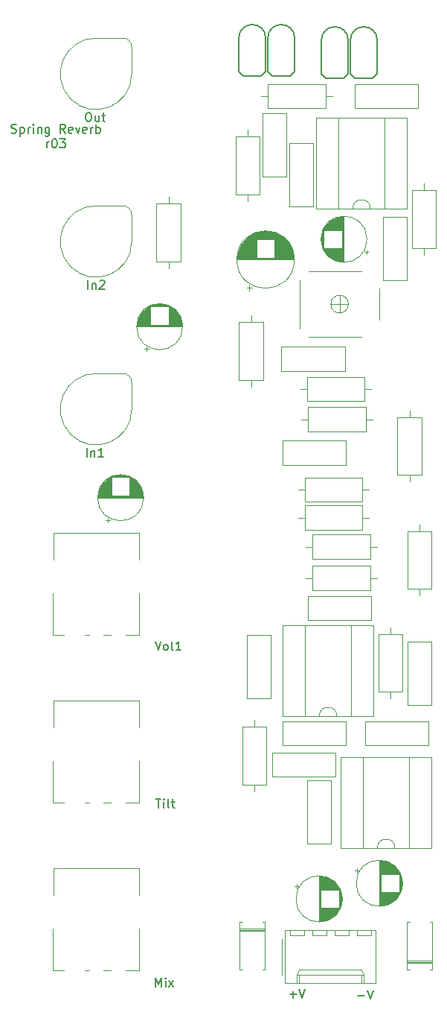
<source format=gto>
%TF.GenerationSoftware,KiCad,Pcbnew,(5.1.8-0-10_14)*%
%TF.CreationDate,2021-09-01T19:05:50+01:00*%
%TF.ProjectId,4u-spring-reverb,34752d73-7072-4696-9e67-2d7265766572,rev?*%
%TF.SameCoordinates,Original*%
%TF.FileFunction,Legend,Top*%
%TF.FilePolarity,Positive*%
%FSLAX46Y46*%
G04 Gerber Fmt 4.6, Leading zero omitted, Abs format (unit mm)*
G04 Created by KiCad (PCBNEW (5.1.8-0-10_14)) date 2021-09-01 19:05:50*
%MOMM*%
%LPD*%
G01*
G04 APERTURE LIST*
%ADD10C,0.150000*%
%ADD11C,0.120000*%
%ADD12C,0.152400*%
G04 APERTURE END LIST*
D10*
X110704428Y-87955380D02*
X110704428Y-86955380D01*
X111180619Y-87288714D02*
X111180619Y-87955380D01*
X111180619Y-87383952D02*
X111228238Y-87336333D01*
X111323476Y-87288714D01*
X111466333Y-87288714D01*
X111561571Y-87336333D01*
X111609190Y-87431571D01*
X111609190Y-87955380D01*
X112609190Y-87955380D02*
X112037761Y-87955380D01*
X112323476Y-87955380D02*
X112323476Y-86955380D01*
X112228238Y-87098238D01*
X112133000Y-87193476D01*
X112037761Y-87241095D01*
X110831428Y-68905380D02*
X110831428Y-67905380D01*
X111307619Y-68238714D02*
X111307619Y-68905380D01*
X111307619Y-68333952D02*
X111355238Y-68286333D01*
X111450476Y-68238714D01*
X111593333Y-68238714D01*
X111688571Y-68286333D01*
X111736190Y-68381571D01*
X111736190Y-68905380D01*
X112164761Y-68000619D02*
X112212380Y-67953000D01*
X112307619Y-67905380D01*
X112545714Y-67905380D01*
X112640952Y-67953000D01*
X112688571Y-68000619D01*
X112736190Y-68095857D01*
X112736190Y-68191095D01*
X112688571Y-68333952D01*
X112117142Y-68905380D01*
X112736190Y-68905380D01*
X110799666Y-48855380D02*
X110990142Y-48855380D01*
X111085380Y-48903000D01*
X111180619Y-48998238D01*
X111228238Y-49188714D01*
X111228238Y-49522047D01*
X111180619Y-49712523D01*
X111085380Y-49807761D01*
X110990142Y-49855380D01*
X110799666Y-49855380D01*
X110704428Y-49807761D01*
X110609190Y-49712523D01*
X110561571Y-49522047D01*
X110561571Y-49188714D01*
X110609190Y-48998238D01*
X110704428Y-48903000D01*
X110799666Y-48855380D01*
X112085380Y-49188714D02*
X112085380Y-49855380D01*
X111656809Y-49188714D02*
X111656809Y-49712523D01*
X111704428Y-49807761D01*
X111799666Y-49855380D01*
X111942523Y-49855380D01*
X112037761Y-49807761D01*
X112085380Y-49760142D01*
X112418714Y-49188714D02*
X112799666Y-49188714D01*
X112561571Y-48855380D02*
X112561571Y-49712523D01*
X112609190Y-49807761D01*
X112704428Y-49855380D01*
X112799666Y-49855380D01*
X118491190Y-108926380D02*
X118824523Y-109926380D01*
X119157857Y-108926380D01*
X119634047Y-109926380D02*
X119538809Y-109878761D01*
X119491190Y-109831142D01*
X119443571Y-109735904D01*
X119443571Y-109450190D01*
X119491190Y-109354952D01*
X119538809Y-109307333D01*
X119634047Y-109259714D01*
X119776904Y-109259714D01*
X119872142Y-109307333D01*
X119919761Y-109354952D01*
X119967380Y-109450190D01*
X119967380Y-109735904D01*
X119919761Y-109831142D01*
X119872142Y-109878761D01*
X119776904Y-109926380D01*
X119634047Y-109926380D01*
X120538809Y-109926380D02*
X120443571Y-109878761D01*
X120395952Y-109783523D01*
X120395952Y-108926380D01*
X121443571Y-109926380D02*
X120872142Y-109926380D01*
X121157857Y-109926380D02*
X121157857Y-108926380D01*
X121062619Y-109069238D01*
X120967380Y-109164476D01*
X120872142Y-109212095D01*
X118562571Y-126833380D02*
X119134000Y-126833380D01*
X118848285Y-127833380D02*
X118848285Y-126833380D01*
X119467333Y-127833380D02*
X119467333Y-127166714D01*
X119467333Y-126833380D02*
X119419714Y-126881000D01*
X119467333Y-126928619D01*
X119514952Y-126881000D01*
X119467333Y-126833380D01*
X119467333Y-126928619D01*
X120086380Y-127833380D02*
X119991142Y-127785761D01*
X119943523Y-127690523D01*
X119943523Y-126833380D01*
X120324476Y-127166714D02*
X120705428Y-127166714D01*
X120467333Y-126833380D02*
X120467333Y-127690523D01*
X120514952Y-127785761D01*
X120610190Y-127833380D01*
X120705428Y-127833380D01*
X118530809Y-148153380D02*
X118530809Y-147153380D01*
X118864142Y-147867666D01*
X119197476Y-147153380D01*
X119197476Y-148153380D01*
X119673666Y-148153380D02*
X119673666Y-147486714D01*
X119673666Y-147153380D02*
X119626047Y-147201000D01*
X119673666Y-147248619D01*
X119721285Y-147201000D01*
X119673666Y-147153380D01*
X119673666Y-147248619D01*
X120054619Y-148153380D02*
X120578428Y-147486714D01*
X120054619Y-147486714D02*
X120578428Y-148153380D01*
X102116571Y-51141761D02*
X102259428Y-51189380D01*
X102497523Y-51189380D01*
X102592761Y-51141761D01*
X102640380Y-51094142D01*
X102688000Y-50998904D01*
X102688000Y-50903666D01*
X102640380Y-50808428D01*
X102592761Y-50760809D01*
X102497523Y-50713190D01*
X102307047Y-50665571D01*
X102211809Y-50617952D01*
X102164190Y-50570333D01*
X102116571Y-50475095D01*
X102116571Y-50379857D01*
X102164190Y-50284619D01*
X102211809Y-50237000D01*
X102307047Y-50189380D01*
X102545142Y-50189380D01*
X102688000Y-50237000D01*
X103116571Y-50522714D02*
X103116571Y-51522714D01*
X103116571Y-50570333D02*
X103211809Y-50522714D01*
X103402285Y-50522714D01*
X103497523Y-50570333D01*
X103545142Y-50617952D01*
X103592761Y-50713190D01*
X103592761Y-50998904D01*
X103545142Y-51094142D01*
X103497523Y-51141761D01*
X103402285Y-51189380D01*
X103211809Y-51189380D01*
X103116571Y-51141761D01*
X104021333Y-51189380D02*
X104021333Y-50522714D01*
X104021333Y-50713190D02*
X104068952Y-50617952D01*
X104116571Y-50570333D01*
X104211809Y-50522714D01*
X104307047Y-50522714D01*
X104640380Y-51189380D02*
X104640380Y-50522714D01*
X104640380Y-50189380D02*
X104592761Y-50237000D01*
X104640380Y-50284619D01*
X104688000Y-50237000D01*
X104640380Y-50189380D01*
X104640380Y-50284619D01*
X105116571Y-50522714D02*
X105116571Y-51189380D01*
X105116571Y-50617952D02*
X105164190Y-50570333D01*
X105259428Y-50522714D01*
X105402285Y-50522714D01*
X105497523Y-50570333D01*
X105545142Y-50665571D01*
X105545142Y-51189380D01*
X106449904Y-50522714D02*
X106449904Y-51332238D01*
X106402285Y-51427476D01*
X106354666Y-51475095D01*
X106259428Y-51522714D01*
X106116571Y-51522714D01*
X106021333Y-51475095D01*
X106449904Y-51141761D02*
X106354666Y-51189380D01*
X106164190Y-51189380D01*
X106068952Y-51141761D01*
X106021333Y-51094142D01*
X105973714Y-50998904D01*
X105973714Y-50713190D01*
X106021333Y-50617952D01*
X106068952Y-50570333D01*
X106164190Y-50522714D01*
X106354666Y-50522714D01*
X106449904Y-50570333D01*
X108259428Y-51189380D02*
X107926095Y-50713190D01*
X107688000Y-51189380D02*
X107688000Y-50189380D01*
X108068952Y-50189380D01*
X108164190Y-50237000D01*
X108211809Y-50284619D01*
X108259428Y-50379857D01*
X108259428Y-50522714D01*
X108211809Y-50617952D01*
X108164190Y-50665571D01*
X108068952Y-50713190D01*
X107688000Y-50713190D01*
X109068952Y-51141761D02*
X108973714Y-51189380D01*
X108783238Y-51189380D01*
X108688000Y-51141761D01*
X108640380Y-51046523D01*
X108640380Y-50665571D01*
X108688000Y-50570333D01*
X108783238Y-50522714D01*
X108973714Y-50522714D01*
X109068952Y-50570333D01*
X109116571Y-50665571D01*
X109116571Y-50760809D01*
X108640380Y-50856047D01*
X109449904Y-50522714D02*
X109688000Y-51189380D01*
X109926095Y-50522714D01*
X110688000Y-51141761D02*
X110592761Y-51189380D01*
X110402285Y-51189380D01*
X110307047Y-51141761D01*
X110259428Y-51046523D01*
X110259428Y-50665571D01*
X110307047Y-50570333D01*
X110402285Y-50522714D01*
X110592761Y-50522714D01*
X110688000Y-50570333D01*
X110735619Y-50665571D01*
X110735619Y-50760809D01*
X110259428Y-50856047D01*
X111164190Y-51189380D02*
X111164190Y-50522714D01*
X111164190Y-50713190D02*
X111211809Y-50617952D01*
X111259428Y-50570333D01*
X111354666Y-50522714D01*
X111449904Y-50522714D01*
X111783238Y-51189380D02*
X111783238Y-50189380D01*
X111783238Y-50570333D02*
X111878476Y-50522714D01*
X112068952Y-50522714D01*
X112164190Y-50570333D01*
X112211809Y-50617952D01*
X112259428Y-50713190D01*
X112259428Y-50998904D01*
X112211809Y-51094142D01*
X112164190Y-51141761D01*
X112068952Y-51189380D01*
X111878476Y-51189380D01*
X111783238Y-51141761D01*
X106164190Y-52839380D02*
X106164190Y-52172714D01*
X106164190Y-52363190D02*
X106211809Y-52267952D01*
X106259428Y-52220333D01*
X106354666Y-52172714D01*
X106449904Y-52172714D01*
X106973714Y-51839380D02*
X107068952Y-51839380D01*
X107164190Y-51887000D01*
X107211809Y-51934619D01*
X107259428Y-52029857D01*
X107307047Y-52220333D01*
X107307047Y-52458428D01*
X107259428Y-52648904D01*
X107211809Y-52744142D01*
X107164190Y-52791761D01*
X107068952Y-52839380D01*
X106973714Y-52839380D01*
X106878476Y-52791761D01*
X106830857Y-52744142D01*
X106783238Y-52648904D01*
X106735619Y-52458428D01*
X106735619Y-52220333D01*
X106783238Y-52029857D01*
X106830857Y-51934619D01*
X106878476Y-51887000D01*
X106973714Y-51839380D01*
X107640380Y-51839380D02*
X108259428Y-51839380D01*
X107926095Y-52220333D01*
X108068952Y-52220333D01*
X108164190Y-52267952D01*
X108211809Y-52315571D01*
X108259428Y-52410809D01*
X108259428Y-52648904D01*
X108211809Y-52744142D01*
X108164190Y-52791761D01*
X108068952Y-52839380D01*
X107783238Y-52839380D01*
X107688000Y-52791761D01*
X107640380Y-52744142D01*
X141557476Y-149169428D02*
X142319380Y-149169428D01*
X142652714Y-148550380D02*
X142986047Y-149550380D01*
X143319380Y-148550380D01*
X133810476Y-149042428D02*
X134572380Y-149042428D01*
X134191428Y-149423380D02*
X134191428Y-148661476D01*
X134905714Y-148423380D02*
X135239047Y-149423380D01*
X135572380Y-148423380D01*
D11*
%TO.C,R16*%
X118645000Y-65754000D02*
X121385000Y-65754000D01*
X121385000Y-65754000D02*
X121385000Y-59214000D01*
X121385000Y-59214000D02*
X118645000Y-59214000D01*
X118645000Y-59214000D02*
X118645000Y-65754000D01*
X120015000Y-66524000D02*
X120015000Y-65754000D01*
X120015000Y-58444000D02*
X120015000Y-59214000D01*
%TO.C,RV2*%
X116630000Y-134730000D02*
X106890000Y-134730000D01*
X116630000Y-146320000D02*
X115140000Y-146320000D01*
X116630000Y-137790000D02*
X116630000Y-134730000D01*
X106880000Y-146320000D02*
X106880000Y-141600000D01*
X106890000Y-137790000D02*
X106890000Y-134730000D01*
X116630000Y-146320000D02*
X116630000Y-141600000D01*
X108070000Y-146320000D02*
X106890000Y-146320000D01*
X110970000Y-146320000D02*
X110440000Y-146320000D01*
X113420000Y-146320000D02*
X112590000Y-146320000D01*
%TO.C,R14*%
X141986000Y-66862000D02*
X135986000Y-66862000D01*
X134986000Y-67862000D02*
X134986000Y-73362000D01*
X135986000Y-74362000D02*
X141986000Y-74362000D01*
X143986000Y-68862000D02*
X143986000Y-72362000D01*
X140486000Y-70612000D02*
X138486000Y-70612000D01*
X139486000Y-71612000D02*
X139486000Y-69612000D01*
X140486000Y-70612000D02*
G75*
G03*
X140486000Y-70612000I-1000000J0D01*
G01*
%TO.C,R13*%
X131164000Y-118650000D02*
X128424000Y-118650000D01*
X128424000Y-118650000D02*
X128424000Y-125190000D01*
X128424000Y-125190000D02*
X131164000Y-125190000D01*
X131164000Y-125190000D02*
X131164000Y-118650000D01*
X129794000Y-117880000D02*
X129794000Y-118650000D01*
X129794000Y-125960000D02*
X129794000Y-125190000D01*
%TO.C,R2*%
X130783000Y-72676000D02*
X128043000Y-72676000D01*
X128043000Y-72676000D02*
X128043000Y-79216000D01*
X128043000Y-79216000D02*
X130783000Y-79216000D01*
X130783000Y-79216000D02*
X130783000Y-72676000D01*
X129413000Y-71906000D02*
X129413000Y-72676000D01*
X129413000Y-79986000D02*
X129413000Y-79216000D01*
%TO.C,J8*%
X133240000Y-141750000D02*
X133240000Y-147770000D01*
X133240000Y-147770000D02*
X143620000Y-147770000D01*
X143620000Y-147770000D02*
X143620000Y-141750000D01*
X143620000Y-141750000D02*
X133240000Y-141750000D01*
X132950000Y-142780000D02*
X132950000Y-146780000D01*
X134620000Y-147770000D02*
X134620000Y-146770000D01*
X134620000Y-146770000D02*
X142240000Y-146770000D01*
X142240000Y-146770000D02*
X142240000Y-147770000D01*
X134620000Y-146770000D02*
X134870000Y-146240000D01*
X134870000Y-146240000D02*
X141990000Y-146240000D01*
X141990000Y-146240000D02*
X142240000Y-146770000D01*
X134870000Y-147770000D02*
X134870000Y-146770000D01*
X141990000Y-147770000D02*
X141990000Y-146770000D01*
X133820000Y-141750000D02*
X133820000Y-142350000D01*
X133820000Y-142350000D02*
X135420000Y-142350000D01*
X135420000Y-142350000D02*
X135420000Y-141750000D01*
X136360000Y-141750000D02*
X136360000Y-142350000D01*
X136360000Y-142350000D02*
X137960000Y-142350000D01*
X137960000Y-142350000D02*
X137960000Y-141750000D01*
X138900000Y-141750000D02*
X138900000Y-142350000D01*
X138900000Y-142350000D02*
X140500000Y-142350000D01*
X140500000Y-142350000D02*
X140500000Y-141750000D01*
X141440000Y-141750000D02*
X141440000Y-142350000D01*
X141440000Y-142350000D02*
X143040000Y-142350000D01*
X143040000Y-142350000D02*
X143040000Y-141750000D01*
D12*
%TO.C,J5*%
X137414000Y-40640000D02*
X137414000Y-44450000D01*
X137414000Y-44450000D02*
X137922000Y-44958000D01*
X137922000Y-44958000D02*
X139954000Y-44958000D01*
X139954000Y-44958000D02*
X140462000Y-44450000D01*
X140462000Y-44450000D02*
X140462000Y-40640000D01*
X140716000Y-44450000D02*
X141224000Y-44958000D01*
X141224000Y-44958000D02*
X143256000Y-44958000D01*
X140716000Y-40640000D02*
X140716000Y-44450000D01*
X143764000Y-44450000D02*
X143764000Y-40640000D01*
X143256000Y-44958000D02*
X143764000Y-44450000D01*
X140716000Y-40640000D02*
G75*
G02*
X143764000Y-40640000I1524000J0D01*
G01*
X137414000Y-40640000D02*
G75*
G02*
X140462000Y-40640000I1524000J0D01*
G01*
D11*
%TO.C,J3*%
X111760000Y-59436000D02*
X114808000Y-59436000D01*
X115824000Y-60452000D02*
X115824000Y-63500000D01*
X114808000Y-59436000D02*
G75*
G02*
X115824000Y-60452000I0J-1016000D01*
G01*
X115824000Y-63500000D02*
G75*
G02*
X111760000Y-59436000I-4064000J0D01*
G01*
D12*
%TO.C,J2*%
X128016000Y-40386000D02*
X128016000Y-44196000D01*
X128016000Y-44196000D02*
X128524000Y-44704000D01*
X128524000Y-44704000D02*
X130556000Y-44704000D01*
X130556000Y-44704000D02*
X131064000Y-44196000D01*
X131064000Y-44196000D02*
X131064000Y-40386000D01*
X131318000Y-44196000D02*
X131826000Y-44704000D01*
X131826000Y-44704000D02*
X133858000Y-44704000D01*
X131318000Y-40386000D02*
X131318000Y-44196000D01*
X134366000Y-44196000D02*
X134366000Y-40386000D01*
X133858000Y-44704000D02*
X134366000Y-44196000D01*
X131318000Y-40386000D02*
G75*
G02*
X134366000Y-40386000I1524000J0D01*
G01*
X128016000Y-40386000D02*
G75*
G02*
X131064000Y-40386000I1524000J0D01*
G01*
D11*
%TO.C,C13*%
X141443225Y-134673000D02*
X141443225Y-135173000D01*
X141193225Y-134923000D02*
X141693225Y-134923000D01*
X146599000Y-136114000D02*
X146599000Y-136682000D01*
X146559000Y-135880000D02*
X146559000Y-136916000D01*
X146519000Y-135721000D02*
X146519000Y-137075000D01*
X146479000Y-135593000D02*
X146479000Y-137203000D01*
X146439000Y-135483000D02*
X146439000Y-137313000D01*
X146399000Y-135387000D02*
X146399000Y-137409000D01*
X146359000Y-135300000D02*
X146359000Y-137496000D01*
X146319000Y-135220000D02*
X146319000Y-137576000D01*
X146279000Y-137438000D02*
X146279000Y-137649000D01*
X146279000Y-135147000D02*
X146279000Y-135358000D01*
X146239000Y-137438000D02*
X146239000Y-137717000D01*
X146239000Y-135079000D02*
X146239000Y-135358000D01*
X146199000Y-137438000D02*
X146199000Y-137781000D01*
X146199000Y-135015000D02*
X146199000Y-135358000D01*
X146159000Y-137438000D02*
X146159000Y-137841000D01*
X146159000Y-134955000D02*
X146159000Y-135358000D01*
X146119000Y-137438000D02*
X146119000Y-137898000D01*
X146119000Y-134898000D02*
X146119000Y-135358000D01*
X146079000Y-137438000D02*
X146079000Y-137952000D01*
X146079000Y-134844000D02*
X146079000Y-135358000D01*
X146039000Y-137438000D02*
X146039000Y-138003000D01*
X146039000Y-134793000D02*
X146039000Y-135358000D01*
X145999000Y-137438000D02*
X145999000Y-138051000D01*
X145999000Y-134745000D02*
X145999000Y-135358000D01*
X145959000Y-137438000D02*
X145959000Y-138097000D01*
X145959000Y-134699000D02*
X145959000Y-135358000D01*
X145919000Y-137438000D02*
X145919000Y-138141000D01*
X145919000Y-134655000D02*
X145919000Y-135358000D01*
X145879000Y-137438000D02*
X145879000Y-138183000D01*
X145879000Y-134613000D02*
X145879000Y-135358000D01*
X145839000Y-137438000D02*
X145839000Y-138224000D01*
X145839000Y-134572000D02*
X145839000Y-135358000D01*
X145799000Y-137438000D02*
X145799000Y-138262000D01*
X145799000Y-134534000D02*
X145799000Y-135358000D01*
X145759000Y-137438000D02*
X145759000Y-138299000D01*
X145759000Y-134497000D02*
X145759000Y-135358000D01*
X145719000Y-137438000D02*
X145719000Y-138335000D01*
X145719000Y-134461000D02*
X145719000Y-135358000D01*
X145679000Y-137438000D02*
X145679000Y-138369000D01*
X145679000Y-134427000D02*
X145679000Y-135358000D01*
X145639000Y-137438000D02*
X145639000Y-138402000D01*
X145639000Y-134394000D02*
X145639000Y-135358000D01*
X145599000Y-137438000D02*
X145599000Y-138433000D01*
X145599000Y-134363000D02*
X145599000Y-135358000D01*
X145559000Y-137438000D02*
X145559000Y-138463000D01*
X145559000Y-134333000D02*
X145559000Y-135358000D01*
X145519000Y-137438000D02*
X145519000Y-138493000D01*
X145519000Y-134303000D02*
X145519000Y-135358000D01*
X145479000Y-137438000D02*
X145479000Y-138520000D01*
X145479000Y-134276000D02*
X145479000Y-135358000D01*
X145439000Y-137438000D02*
X145439000Y-138547000D01*
X145439000Y-134249000D02*
X145439000Y-135358000D01*
X145399000Y-137438000D02*
X145399000Y-138573000D01*
X145399000Y-134223000D02*
X145399000Y-135358000D01*
X145359000Y-137438000D02*
X145359000Y-138598000D01*
X145359000Y-134198000D02*
X145359000Y-135358000D01*
X145319000Y-137438000D02*
X145319000Y-138622000D01*
X145319000Y-134174000D02*
X145319000Y-135358000D01*
X145279000Y-137438000D02*
X145279000Y-138645000D01*
X145279000Y-134151000D02*
X145279000Y-135358000D01*
X145239000Y-137438000D02*
X145239000Y-138666000D01*
X145239000Y-134130000D02*
X145239000Y-135358000D01*
X145199000Y-137438000D02*
X145199000Y-138688000D01*
X145199000Y-134108000D02*
X145199000Y-135358000D01*
X145159000Y-137438000D02*
X145159000Y-138708000D01*
X145159000Y-134088000D02*
X145159000Y-135358000D01*
X145119000Y-137438000D02*
X145119000Y-138727000D01*
X145119000Y-134069000D02*
X145119000Y-135358000D01*
X145079000Y-137438000D02*
X145079000Y-138746000D01*
X145079000Y-134050000D02*
X145079000Y-135358000D01*
X145039000Y-137438000D02*
X145039000Y-138763000D01*
X145039000Y-134033000D02*
X145039000Y-135358000D01*
X144999000Y-137438000D02*
X144999000Y-138780000D01*
X144999000Y-134016000D02*
X144999000Y-135358000D01*
X144959000Y-137438000D02*
X144959000Y-138796000D01*
X144959000Y-134000000D02*
X144959000Y-135358000D01*
X144919000Y-137438000D02*
X144919000Y-138812000D01*
X144919000Y-133984000D02*
X144919000Y-135358000D01*
X144879000Y-137438000D02*
X144879000Y-138826000D01*
X144879000Y-133970000D02*
X144879000Y-135358000D01*
X144839000Y-137438000D02*
X144839000Y-138840000D01*
X144839000Y-133956000D02*
X144839000Y-135358000D01*
X144799000Y-137438000D02*
X144799000Y-138853000D01*
X144799000Y-133943000D02*
X144799000Y-135358000D01*
X144759000Y-137438000D02*
X144759000Y-138866000D01*
X144759000Y-133930000D02*
X144759000Y-135358000D01*
X144719000Y-137438000D02*
X144719000Y-138878000D01*
X144719000Y-133918000D02*
X144719000Y-135358000D01*
X144678000Y-137438000D02*
X144678000Y-138889000D01*
X144678000Y-133907000D02*
X144678000Y-135358000D01*
X144638000Y-137438000D02*
X144638000Y-138899000D01*
X144638000Y-133897000D02*
X144638000Y-135358000D01*
X144598000Y-137438000D02*
X144598000Y-138909000D01*
X144598000Y-133887000D02*
X144598000Y-135358000D01*
X144558000Y-137438000D02*
X144558000Y-138918000D01*
X144558000Y-133878000D02*
X144558000Y-135358000D01*
X144518000Y-137438000D02*
X144518000Y-138926000D01*
X144518000Y-133870000D02*
X144518000Y-135358000D01*
X144478000Y-137438000D02*
X144478000Y-138934000D01*
X144478000Y-133862000D02*
X144478000Y-135358000D01*
X144438000Y-137438000D02*
X144438000Y-138941000D01*
X144438000Y-133855000D02*
X144438000Y-135358000D01*
X144398000Y-137438000D02*
X144398000Y-138948000D01*
X144398000Y-133848000D02*
X144398000Y-135358000D01*
X144358000Y-137438000D02*
X144358000Y-138954000D01*
X144358000Y-133842000D02*
X144358000Y-135358000D01*
X144318000Y-137438000D02*
X144318000Y-138959000D01*
X144318000Y-133837000D02*
X144318000Y-135358000D01*
X144278000Y-137438000D02*
X144278000Y-138963000D01*
X144278000Y-133833000D02*
X144278000Y-135358000D01*
X144238000Y-137438000D02*
X144238000Y-138967000D01*
X144238000Y-133829000D02*
X144238000Y-135358000D01*
X144198000Y-133825000D02*
X144198000Y-138971000D01*
X144158000Y-133822000D02*
X144158000Y-138974000D01*
X144118000Y-133820000D02*
X144118000Y-138976000D01*
X144078000Y-133819000D02*
X144078000Y-138977000D01*
X144038000Y-133818000D02*
X144038000Y-138978000D01*
X143998000Y-133818000D02*
X143998000Y-138978000D01*
X146618000Y-136398000D02*
G75*
G03*
X146618000Y-136398000I-2620000J0D01*
G01*
%TO.C,C12*%
X134585225Y-136451000D02*
X134585225Y-136951000D01*
X134335225Y-136701000D02*
X134835225Y-136701000D01*
X139741000Y-137892000D02*
X139741000Y-138460000D01*
X139701000Y-137658000D02*
X139701000Y-138694000D01*
X139661000Y-137499000D02*
X139661000Y-138853000D01*
X139621000Y-137371000D02*
X139621000Y-138981000D01*
X139581000Y-137261000D02*
X139581000Y-139091000D01*
X139541000Y-137165000D02*
X139541000Y-139187000D01*
X139501000Y-137078000D02*
X139501000Y-139274000D01*
X139461000Y-136998000D02*
X139461000Y-139354000D01*
X139421000Y-139216000D02*
X139421000Y-139427000D01*
X139421000Y-136925000D02*
X139421000Y-137136000D01*
X139381000Y-139216000D02*
X139381000Y-139495000D01*
X139381000Y-136857000D02*
X139381000Y-137136000D01*
X139341000Y-139216000D02*
X139341000Y-139559000D01*
X139341000Y-136793000D02*
X139341000Y-137136000D01*
X139301000Y-139216000D02*
X139301000Y-139619000D01*
X139301000Y-136733000D02*
X139301000Y-137136000D01*
X139261000Y-139216000D02*
X139261000Y-139676000D01*
X139261000Y-136676000D02*
X139261000Y-137136000D01*
X139221000Y-139216000D02*
X139221000Y-139730000D01*
X139221000Y-136622000D02*
X139221000Y-137136000D01*
X139181000Y-139216000D02*
X139181000Y-139781000D01*
X139181000Y-136571000D02*
X139181000Y-137136000D01*
X139141000Y-139216000D02*
X139141000Y-139829000D01*
X139141000Y-136523000D02*
X139141000Y-137136000D01*
X139101000Y-139216000D02*
X139101000Y-139875000D01*
X139101000Y-136477000D02*
X139101000Y-137136000D01*
X139061000Y-139216000D02*
X139061000Y-139919000D01*
X139061000Y-136433000D02*
X139061000Y-137136000D01*
X139021000Y-139216000D02*
X139021000Y-139961000D01*
X139021000Y-136391000D02*
X139021000Y-137136000D01*
X138981000Y-139216000D02*
X138981000Y-140002000D01*
X138981000Y-136350000D02*
X138981000Y-137136000D01*
X138941000Y-139216000D02*
X138941000Y-140040000D01*
X138941000Y-136312000D02*
X138941000Y-137136000D01*
X138901000Y-139216000D02*
X138901000Y-140077000D01*
X138901000Y-136275000D02*
X138901000Y-137136000D01*
X138861000Y-139216000D02*
X138861000Y-140113000D01*
X138861000Y-136239000D02*
X138861000Y-137136000D01*
X138821000Y-139216000D02*
X138821000Y-140147000D01*
X138821000Y-136205000D02*
X138821000Y-137136000D01*
X138781000Y-139216000D02*
X138781000Y-140180000D01*
X138781000Y-136172000D02*
X138781000Y-137136000D01*
X138741000Y-139216000D02*
X138741000Y-140211000D01*
X138741000Y-136141000D02*
X138741000Y-137136000D01*
X138701000Y-139216000D02*
X138701000Y-140241000D01*
X138701000Y-136111000D02*
X138701000Y-137136000D01*
X138661000Y-139216000D02*
X138661000Y-140271000D01*
X138661000Y-136081000D02*
X138661000Y-137136000D01*
X138621000Y-139216000D02*
X138621000Y-140298000D01*
X138621000Y-136054000D02*
X138621000Y-137136000D01*
X138581000Y-139216000D02*
X138581000Y-140325000D01*
X138581000Y-136027000D02*
X138581000Y-137136000D01*
X138541000Y-139216000D02*
X138541000Y-140351000D01*
X138541000Y-136001000D02*
X138541000Y-137136000D01*
X138501000Y-139216000D02*
X138501000Y-140376000D01*
X138501000Y-135976000D02*
X138501000Y-137136000D01*
X138461000Y-139216000D02*
X138461000Y-140400000D01*
X138461000Y-135952000D02*
X138461000Y-137136000D01*
X138421000Y-139216000D02*
X138421000Y-140423000D01*
X138421000Y-135929000D02*
X138421000Y-137136000D01*
X138381000Y-139216000D02*
X138381000Y-140444000D01*
X138381000Y-135908000D02*
X138381000Y-137136000D01*
X138341000Y-139216000D02*
X138341000Y-140466000D01*
X138341000Y-135886000D02*
X138341000Y-137136000D01*
X138301000Y-139216000D02*
X138301000Y-140486000D01*
X138301000Y-135866000D02*
X138301000Y-137136000D01*
X138261000Y-139216000D02*
X138261000Y-140505000D01*
X138261000Y-135847000D02*
X138261000Y-137136000D01*
X138221000Y-139216000D02*
X138221000Y-140524000D01*
X138221000Y-135828000D02*
X138221000Y-137136000D01*
X138181000Y-139216000D02*
X138181000Y-140541000D01*
X138181000Y-135811000D02*
X138181000Y-137136000D01*
X138141000Y-139216000D02*
X138141000Y-140558000D01*
X138141000Y-135794000D02*
X138141000Y-137136000D01*
X138101000Y-139216000D02*
X138101000Y-140574000D01*
X138101000Y-135778000D02*
X138101000Y-137136000D01*
X138061000Y-139216000D02*
X138061000Y-140590000D01*
X138061000Y-135762000D02*
X138061000Y-137136000D01*
X138021000Y-139216000D02*
X138021000Y-140604000D01*
X138021000Y-135748000D02*
X138021000Y-137136000D01*
X137981000Y-139216000D02*
X137981000Y-140618000D01*
X137981000Y-135734000D02*
X137981000Y-137136000D01*
X137941000Y-139216000D02*
X137941000Y-140631000D01*
X137941000Y-135721000D02*
X137941000Y-137136000D01*
X137901000Y-139216000D02*
X137901000Y-140644000D01*
X137901000Y-135708000D02*
X137901000Y-137136000D01*
X137861000Y-139216000D02*
X137861000Y-140656000D01*
X137861000Y-135696000D02*
X137861000Y-137136000D01*
X137820000Y-139216000D02*
X137820000Y-140667000D01*
X137820000Y-135685000D02*
X137820000Y-137136000D01*
X137780000Y-139216000D02*
X137780000Y-140677000D01*
X137780000Y-135675000D02*
X137780000Y-137136000D01*
X137740000Y-139216000D02*
X137740000Y-140687000D01*
X137740000Y-135665000D02*
X137740000Y-137136000D01*
X137700000Y-139216000D02*
X137700000Y-140696000D01*
X137700000Y-135656000D02*
X137700000Y-137136000D01*
X137660000Y-139216000D02*
X137660000Y-140704000D01*
X137660000Y-135648000D02*
X137660000Y-137136000D01*
X137620000Y-139216000D02*
X137620000Y-140712000D01*
X137620000Y-135640000D02*
X137620000Y-137136000D01*
X137580000Y-139216000D02*
X137580000Y-140719000D01*
X137580000Y-135633000D02*
X137580000Y-137136000D01*
X137540000Y-139216000D02*
X137540000Y-140726000D01*
X137540000Y-135626000D02*
X137540000Y-137136000D01*
X137500000Y-139216000D02*
X137500000Y-140732000D01*
X137500000Y-135620000D02*
X137500000Y-137136000D01*
X137460000Y-139216000D02*
X137460000Y-140737000D01*
X137460000Y-135615000D02*
X137460000Y-137136000D01*
X137420000Y-139216000D02*
X137420000Y-140741000D01*
X137420000Y-135611000D02*
X137420000Y-137136000D01*
X137380000Y-139216000D02*
X137380000Y-140745000D01*
X137380000Y-135607000D02*
X137380000Y-137136000D01*
X137340000Y-135603000D02*
X137340000Y-140749000D01*
X137300000Y-135600000D02*
X137300000Y-140752000D01*
X137260000Y-135598000D02*
X137260000Y-140754000D01*
X137220000Y-135597000D02*
X137220000Y-140755000D01*
X137180000Y-135596000D02*
X137180000Y-140756000D01*
X137140000Y-135596000D02*
X137140000Y-140756000D01*
X139760000Y-138176000D02*
G75*
G03*
X139760000Y-138176000I-2620000J0D01*
G01*
%TO.C,C11*%
X147166000Y-67922000D02*
X144426000Y-67922000D01*
X147166000Y-60682000D02*
X144426000Y-60682000D01*
X144426000Y-60682000D02*
X144426000Y-67922000D01*
X147166000Y-60682000D02*
X147166000Y-67922000D01*
%TO.C,C9*%
X139042000Y-121566000D02*
X139042000Y-124306000D01*
X131802000Y-121566000D02*
X131802000Y-124306000D01*
X131802000Y-124306000D02*
X139042000Y-124306000D01*
X131802000Y-121566000D02*
X139042000Y-121566000D01*
%TO.C,RV3*%
X116630000Y-115680000D02*
X106890000Y-115680000D01*
X116630000Y-127270000D02*
X115140000Y-127270000D01*
X116630000Y-118740000D02*
X116630000Y-115680000D01*
X106880000Y-127270000D02*
X106880000Y-122550000D01*
X106890000Y-118740000D02*
X106890000Y-115680000D01*
X116630000Y-127270000D02*
X116630000Y-122550000D01*
X108070000Y-127270000D02*
X106890000Y-127270000D01*
X110970000Y-127270000D02*
X110440000Y-127270000D01*
X113420000Y-127270000D02*
X112590000Y-127270000D01*
%TO.C,RV1*%
X116630000Y-96630000D02*
X106890000Y-96630000D01*
X116630000Y-108220000D02*
X115140000Y-108220000D01*
X116630000Y-99690000D02*
X116630000Y-96630000D01*
X106880000Y-108220000D02*
X106880000Y-103500000D01*
X106890000Y-99690000D02*
X106890000Y-96630000D01*
X116630000Y-108220000D02*
X116630000Y-103500000D01*
X108070000Y-108220000D02*
X106890000Y-108220000D01*
X110970000Y-108220000D02*
X110440000Y-108220000D01*
X113420000Y-108220000D02*
X112590000Y-108220000D01*
%TO.C,U3*%
X139640000Y-132454000D02*
X149920000Y-132454000D01*
X139640000Y-122054000D02*
X139640000Y-132454000D01*
X149920000Y-122054000D02*
X139640000Y-122054000D01*
X149920000Y-132454000D02*
X149920000Y-122054000D01*
X142130000Y-132394000D02*
X143780000Y-132394000D01*
X142130000Y-122114000D02*
X142130000Y-132394000D01*
X147430000Y-122114000D02*
X142130000Y-122114000D01*
X147430000Y-132394000D02*
X147430000Y-122114000D01*
X145780000Y-132394000D02*
X147430000Y-132394000D01*
X143780000Y-132394000D02*
G75*
G02*
X145780000Y-132394000I1000000J0D01*
G01*
%TO.C,U2*%
X133036000Y-117468000D02*
X143316000Y-117468000D01*
X133036000Y-107068000D02*
X133036000Y-117468000D01*
X143316000Y-107068000D02*
X133036000Y-107068000D01*
X143316000Y-117468000D02*
X143316000Y-107068000D01*
X135526000Y-117408000D02*
X137176000Y-117408000D01*
X135526000Y-107128000D02*
X135526000Y-117408000D01*
X140826000Y-107128000D02*
X135526000Y-107128000D01*
X140826000Y-117408000D02*
X140826000Y-107128000D01*
X139176000Y-117408000D02*
X140826000Y-117408000D01*
X137176000Y-117408000D02*
G75*
G02*
X139176000Y-117408000I1000000J0D01*
G01*
%TO.C,U1*%
X136846000Y-59810000D02*
X147126000Y-59810000D01*
X136846000Y-49410000D02*
X136846000Y-59810000D01*
X147126000Y-49410000D02*
X136846000Y-49410000D01*
X147126000Y-59810000D02*
X147126000Y-49410000D01*
X139336000Y-59750000D02*
X140986000Y-59750000D01*
X139336000Y-49470000D02*
X139336000Y-59750000D01*
X144636000Y-49470000D02*
X139336000Y-49470000D01*
X144636000Y-59750000D02*
X144636000Y-49470000D01*
X142986000Y-59750000D02*
X144636000Y-59750000D01*
X140986000Y-59750000D02*
G75*
G02*
X142986000Y-59750000I1000000J0D01*
G01*
%TO.C,R15*%
X147728000Y-64230000D02*
X150468000Y-64230000D01*
X150468000Y-64230000D02*
X150468000Y-57690000D01*
X150468000Y-57690000D02*
X147728000Y-57690000D01*
X147728000Y-57690000D02*
X147728000Y-64230000D01*
X149098000Y-65000000D02*
X149098000Y-64230000D01*
X149098000Y-56920000D02*
X149098000Y-57690000D01*
%TO.C,R12*%
X142335000Y-81634000D02*
X142335000Y-78894000D01*
X142335000Y-78894000D02*
X135795000Y-78894000D01*
X135795000Y-78894000D02*
X135795000Y-81634000D01*
X135795000Y-81634000D02*
X142335000Y-81634000D01*
X143105000Y-80264000D02*
X142335000Y-80264000D01*
X135025000Y-80264000D02*
X135795000Y-80264000D01*
%TO.C,R11*%
X142462000Y-85063000D02*
X142462000Y-82323000D01*
X142462000Y-82323000D02*
X135922000Y-82323000D01*
X135922000Y-82323000D02*
X135922000Y-85063000D01*
X135922000Y-85063000D02*
X142462000Y-85063000D01*
X143232000Y-83693000D02*
X142462000Y-83693000D01*
X135152000Y-83693000D02*
X135922000Y-83693000D01*
%TO.C,R10*%
X135541000Y-93499000D02*
X135541000Y-96239000D01*
X135541000Y-96239000D02*
X142081000Y-96239000D01*
X142081000Y-96239000D02*
X142081000Y-93499000D01*
X142081000Y-93499000D02*
X135541000Y-93499000D01*
X134771000Y-94869000D02*
X135541000Y-94869000D01*
X142851000Y-94869000D02*
X142081000Y-94869000D01*
%TO.C,R9*%
X135541000Y-90324000D02*
X135541000Y-93064000D01*
X135541000Y-93064000D02*
X142081000Y-93064000D01*
X142081000Y-93064000D02*
X142081000Y-90324000D01*
X142081000Y-90324000D02*
X135541000Y-90324000D01*
X134771000Y-91694000D02*
X135541000Y-91694000D01*
X142851000Y-91694000D02*
X142081000Y-91694000D01*
%TO.C,R8*%
X148817000Y-83471000D02*
X146077000Y-83471000D01*
X146077000Y-83471000D02*
X146077000Y-90011000D01*
X146077000Y-90011000D02*
X148817000Y-90011000D01*
X148817000Y-90011000D02*
X148817000Y-83471000D01*
X147447000Y-82701000D02*
X147447000Y-83471000D01*
X147447000Y-90781000D02*
X147447000Y-90011000D01*
%TO.C,R7*%
X149960000Y-96425000D02*
X147220000Y-96425000D01*
X147220000Y-96425000D02*
X147220000Y-102965000D01*
X147220000Y-102965000D02*
X149960000Y-102965000D01*
X149960000Y-102965000D02*
X149960000Y-96425000D01*
X148590000Y-95655000D02*
X148590000Y-96425000D01*
X148590000Y-103735000D02*
X148590000Y-102965000D01*
%TO.C,R6*%
X143918000Y-114649000D02*
X146658000Y-114649000D01*
X146658000Y-114649000D02*
X146658000Y-108109000D01*
X146658000Y-108109000D02*
X143918000Y-108109000D01*
X143918000Y-108109000D02*
X143918000Y-114649000D01*
X145288000Y-115419000D02*
X145288000Y-114649000D01*
X145288000Y-107339000D02*
X145288000Y-108109000D01*
%TO.C,R5*%
X142970000Y-99541000D02*
X142970000Y-96801000D01*
X142970000Y-96801000D02*
X136430000Y-96801000D01*
X136430000Y-96801000D02*
X136430000Y-99541000D01*
X136430000Y-99541000D02*
X142970000Y-99541000D01*
X143740000Y-98171000D02*
X142970000Y-98171000D01*
X135660000Y-98171000D02*
X136430000Y-98171000D01*
%TO.C,R4*%
X142970000Y-103097000D02*
X142970000Y-100357000D01*
X142970000Y-100357000D02*
X136430000Y-100357000D01*
X136430000Y-100357000D02*
X136430000Y-103097000D01*
X136430000Y-103097000D02*
X142970000Y-103097000D01*
X143740000Y-101727000D02*
X142970000Y-101727000D01*
X135660000Y-101727000D02*
X136430000Y-101727000D01*
%TO.C,R3*%
X127662000Y-58134000D02*
X130402000Y-58134000D01*
X130402000Y-58134000D02*
X130402000Y-51594000D01*
X130402000Y-51594000D02*
X127662000Y-51594000D01*
X127662000Y-51594000D02*
X127662000Y-58134000D01*
X129032000Y-58904000D02*
X129032000Y-58134000D01*
X129032000Y-50824000D02*
X129032000Y-51594000D01*
%TO.C,R1*%
X137890000Y-48360000D02*
X137890000Y-45620000D01*
X137890000Y-45620000D02*
X131350000Y-45620000D01*
X131350000Y-45620000D02*
X131350000Y-48360000D01*
X131350000Y-48360000D02*
X137890000Y-48360000D01*
X138660000Y-46990000D02*
X137890000Y-46990000D01*
X130580000Y-46990000D02*
X131350000Y-46990000D01*
%TO.C,J4*%
X111760000Y-40386000D02*
X114808000Y-40386000D01*
X115824000Y-41402000D02*
X115824000Y-44450000D01*
X114808000Y-40386000D02*
G75*
G02*
X115824000Y-41402000I0J-1016000D01*
G01*
X115824000Y-44450000D02*
G75*
G02*
X111760000Y-40386000I-4064000J0D01*
G01*
%TO.C,J1*%
X111760000Y-78486000D02*
X114808000Y-78486000D01*
X115824000Y-79502000D02*
X115824000Y-82550000D01*
X114808000Y-78486000D02*
G75*
G02*
X115824000Y-79502000I0J-1016000D01*
G01*
X115824000Y-82550000D02*
G75*
G02*
X111760000Y-78486000I-4064000J0D01*
G01*
%TO.C,D2*%
X147450000Y-146230000D02*
X147120000Y-146230000D01*
X147120000Y-146230000D02*
X147120000Y-140790000D01*
X147120000Y-140790000D02*
X147450000Y-140790000D01*
X149730000Y-146230000D02*
X150060000Y-146230000D01*
X150060000Y-146230000D02*
X150060000Y-140790000D01*
X150060000Y-140790000D02*
X149730000Y-140790000D01*
X147120000Y-145330000D02*
X150060000Y-145330000D01*
X147120000Y-145210000D02*
X150060000Y-145210000D01*
X147120000Y-145450000D02*
X150060000Y-145450000D01*
%TO.C,D1*%
X130680000Y-140790000D02*
X131010000Y-140790000D01*
X131010000Y-140790000D02*
X131010000Y-146230000D01*
X131010000Y-146230000D02*
X130680000Y-146230000D01*
X128400000Y-140790000D02*
X128070000Y-140790000D01*
X128070000Y-140790000D02*
X128070000Y-146230000D01*
X128070000Y-146230000D02*
X128400000Y-146230000D01*
X131010000Y-141690000D02*
X128070000Y-141690000D01*
X131010000Y-141810000D02*
X128070000Y-141810000D01*
X131010000Y-141570000D02*
X128070000Y-141570000D01*
%TO.C,C19*%
X148440000Y-45620000D02*
X148440000Y-48360000D01*
X141200000Y-45620000D02*
X141200000Y-48360000D01*
X141200000Y-48360000D02*
X148440000Y-48360000D01*
X141200000Y-45620000D02*
X148440000Y-45620000D01*
%TO.C,C18*%
X135790000Y-124690000D02*
X138530000Y-124690000D01*
X135790000Y-131930000D02*
X138530000Y-131930000D01*
X138530000Y-131930000D02*
X138530000Y-124690000D01*
X135790000Y-131930000D02*
X135790000Y-124690000D01*
%TO.C,C17*%
X149630000Y-118010000D02*
X149630000Y-120750000D01*
X142390000Y-118010000D02*
X142390000Y-120750000D01*
X142390000Y-120750000D02*
X149630000Y-120750000D01*
X142390000Y-118010000D02*
X149630000Y-118010000D01*
%TO.C,C16*%
X133758000Y-52300000D02*
X136498000Y-52300000D01*
X133758000Y-59540000D02*
X136498000Y-59540000D01*
X136498000Y-59540000D02*
X136498000Y-52300000D01*
X133758000Y-59540000D02*
X133758000Y-52300000D01*
%TO.C,C15*%
X143106000Y-103786000D02*
X143106000Y-106526000D01*
X135866000Y-103786000D02*
X135866000Y-106526000D01*
X135866000Y-106526000D02*
X143106000Y-106526000D01*
X135866000Y-103786000D02*
X143106000Y-103786000D01*
%TO.C,C14*%
X132992000Y-120750000D02*
X132992000Y-118010000D01*
X140232000Y-120750000D02*
X140232000Y-118010000D01*
X140232000Y-118010000D02*
X132992000Y-118010000D01*
X140232000Y-120750000D02*
X132992000Y-120750000D01*
%TO.C,C10*%
X142528775Y-64971000D02*
X142528775Y-64471000D01*
X142778775Y-64721000D02*
X142278775Y-64721000D01*
X137373000Y-63530000D02*
X137373000Y-62962000D01*
X137413000Y-63764000D02*
X137413000Y-62728000D01*
X137453000Y-63923000D02*
X137453000Y-62569000D01*
X137493000Y-64051000D02*
X137493000Y-62441000D01*
X137533000Y-64161000D02*
X137533000Y-62331000D01*
X137573000Y-64257000D02*
X137573000Y-62235000D01*
X137613000Y-64344000D02*
X137613000Y-62148000D01*
X137653000Y-64424000D02*
X137653000Y-62068000D01*
X137693000Y-62206000D02*
X137693000Y-61995000D01*
X137693000Y-64497000D02*
X137693000Y-64286000D01*
X137733000Y-62206000D02*
X137733000Y-61927000D01*
X137733000Y-64565000D02*
X137733000Y-64286000D01*
X137773000Y-62206000D02*
X137773000Y-61863000D01*
X137773000Y-64629000D02*
X137773000Y-64286000D01*
X137813000Y-62206000D02*
X137813000Y-61803000D01*
X137813000Y-64689000D02*
X137813000Y-64286000D01*
X137853000Y-62206000D02*
X137853000Y-61746000D01*
X137853000Y-64746000D02*
X137853000Y-64286000D01*
X137893000Y-62206000D02*
X137893000Y-61692000D01*
X137893000Y-64800000D02*
X137893000Y-64286000D01*
X137933000Y-62206000D02*
X137933000Y-61641000D01*
X137933000Y-64851000D02*
X137933000Y-64286000D01*
X137973000Y-62206000D02*
X137973000Y-61593000D01*
X137973000Y-64899000D02*
X137973000Y-64286000D01*
X138013000Y-62206000D02*
X138013000Y-61547000D01*
X138013000Y-64945000D02*
X138013000Y-64286000D01*
X138053000Y-62206000D02*
X138053000Y-61503000D01*
X138053000Y-64989000D02*
X138053000Y-64286000D01*
X138093000Y-62206000D02*
X138093000Y-61461000D01*
X138093000Y-65031000D02*
X138093000Y-64286000D01*
X138133000Y-62206000D02*
X138133000Y-61420000D01*
X138133000Y-65072000D02*
X138133000Y-64286000D01*
X138173000Y-62206000D02*
X138173000Y-61382000D01*
X138173000Y-65110000D02*
X138173000Y-64286000D01*
X138213000Y-62206000D02*
X138213000Y-61345000D01*
X138213000Y-65147000D02*
X138213000Y-64286000D01*
X138253000Y-62206000D02*
X138253000Y-61309000D01*
X138253000Y-65183000D02*
X138253000Y-64286000D01*
X138293000Y-62206000D02*
X138293000Y-61275000D01*
X138293000Y-65217000D02*
X138293000Y-64286000D01*
X138333000Y-62206000D02*
X138333000Y-61242000D01*
X138333000Y-65250000D02*
X138333000Y-64286000D01*
X138373000Y-62206000D02*
X138373000Y-61211000D01*
X138373000Y-65281000D02*
X138373000Y-64286000D01*
X138413000Y-62206000D02*
X138413000Y-61181000D01*
X138413000Y-65311000D02*
X138413000Y-64286000D01*
X138453000Y-62206000D02*
X138453000Y-61151000D01*
X138453000Y-65341000D02*
X138453000Y-64286000D01*
X138493000Y-62206000D02*
X138493000Y-61124000D01*
X138493000Y-65368000D02*
X138493000Y-64286000D01*
X138533000Y-62206000D02*
X138533000Y-61097000D01*
X138533000Y-65395000D02*
X138533000Y-64286000D01*
X138573000Y-62206000D02*
X138573000Y-61071000D01*
X138573000Y-65421000D02*
X138573000Y-64286000D01*
X138613000Y-62206000D02*
X138613000Y-61046000D01*
X138613000Y-65446000D02*
X138613000Y-64286000D01*
X138653000Y-62206000D02*
X138653000Y-61022000D01*
X138653000Y-65470000D02*
X138653000Y-64286000D01*
X138693000Y-62206000D02*
X138693000Y-60999000D01*
X138693000Y-65493000D02*
X138693000Y-64286000D01*
X138733000Y-62206000D02*
X138733000Y-60978000D01*
X138733000Y-65514000D02*
X138733000Y-64286000D01*
X138773000Y-62206000D02*
X138773000Y-60956000D01*
X138773000Y-65536000D02*
X138773000Y-64286000D01*
X138813000Y-62206000D02*
X138813000Y-60936000D01*
X138813000Y-65556000D02*
X138813000Y-64286000D01*
X138853000Y-62206000D02*
X138853000Y-60917000D01*
X138853000Y-65575000D02*
X138853000Y-64286000D01*
X138893000Y-62206000D02*
X138893000Y-60898000D01*
X138893000Y-65594000D02*
X138893000Y-64286000D01*
X138933000Y-62206000D02*
X138933000Y-60881000D01*
X138933000Y-65611000D02*
X138933000Y-64286000D01*
X138973000Y-62206000D02*
X138973000Y-60864000D01*
X138973000Y-65628000D02*
X138973000Y-64286000D01*
X139013000Y-62206000D02*
X139013000Y-60848000D01*
X139013000Y-65644000D02*
X139013000Y-64286000D01*
X139053000Y-62206000D02*
X139053000Y-60832000D01*
X139053000Y-65660000D02*
X139053000Y-64286000D01*
X139093000Y-62206000D02*
X139093000Y-60818000D01*
X139093000Y-65674000D02*
X139093000Y-64286000D01*
X139133000Y-62206000D02*
X139133000Y-60804000D01*
X139133000Y-65688000D02*
X139133000Y-64286000D01*
X139173000Y-62206000D02*
X139173000Y-60791000D01*
X139173000Y-65701000D02*
X139173000Y-64286000D01*
X139213000Y-62206000D02*
X139213000Y-60778000D01*
X139213000Y-65714000D02*
X139213000Y-64286000D01*
X139253000Y-62206000D02*
X139253000Y-60766000D01*
X139253000Y-65726000D02*
X139253000Y-64286000D01*
X139294000Y-62206000D02*
X139294000Y-60755000D01*
X139294000Y-65737000D02*
X139294000Y-64286000D01*
X139334000Y-62206000D02*
X139334000Y-60745000D01*
X139334000Y-65747000D02*
X139334000Y-64286000D01*
X139374000Y-62206000D02*
X139374000Y-60735000D01*
X139374000Y-65757000D02*
X139374000Y-64286000D01*
X139414000Y-62206000D02*
X139414000Y-60726000D01*
X139414000Y-65766000D02*
X139414000Y-64286000D01*
X139454000Y-62206000D02*
X139454000Y-60718000D01*
X139454000Y-65774000D02*
X139454000Y-64286000D01*
X139494000Y-62206000D02*
X139494000Y-60710000D01*
X139494000Y-65782000D02*
X139494000Y-64286000D01*
X139534000Y-62206000D02*
X139534000Y-60703000D01*
X139534000Y-65789000D02*
X139534000Y-64286000D01*
X139574000Y-62206000D02*
X139574000Y-60696000D01*
X139574000Y-65796000D02*
X139574000Y-64286000D01*
X139614000Y-62206000D02*
X139614000Y-60690000D01*
X139614000Y-65802000D02*
X139614000Y-64286000D01*
X139654000Y-62206000D02*
X139654000Y-60685000D01*
X139654000Y-65807000D02*
X139654000Y-64286000D01*
X139694000Y-62206000D02*
X139694000Y-60681000D01*
X139694000Y-65811000D02*
X139694000Y-64286000D01*
X139734000Y-62206000D02*
X139734000Y-60677000D01*
X139734000Y-65815000D02*
X139734000Y-64286000D01*
X139774000Y-65819000D02*
X139774000Y-60673000D01*
X139814000Y-65822000D02*
X139814000Y-60670000D01*
X139854000Y-65824000D02*
X139854000Y-60668000D01*
X139894000Y-65825000D02*
X139894000Y-60667000D01*
X139934000Y-65826000D02*
X139934000Y-60666000D01*
X139974000Y-65826000D02*
X139974000Y-60666000D01*
X142594000Y-63246000D02*
G75*
G03*
X142594000Y-63246000I-2620000J0D01*
G01*
%TO.C,C8*%
X128932000Y-108180000D02*
X131672000Y-108180000D01*
X128932000Y-115420000D02*
X131672000Y-115420000D01*
X131672000Y-115420000D02*
X131672000Y-108180000D01*
X128932000Y-115420000D02*
X128932000Y-108180000D01*
%TO.C,C7*%
X140105000Y-75465000D02*
X140105000Y-78205000D01*
X132865000Y-75465000D02*
X132865000Y-78205000D01*
X132865000Y-78205000D02*
X140105000Y-78205000D01*
X132865000Y-75465000D02*
X140105000Y-75465000D01*
%TO.C,C6*%
X140232000Y-86133000D02*
X140232000Y-88873000D01*
X132992000Y-86133000D02*
X132992000Y-88873000D01*
X132992000Y-88873000D02*
X140232000Y-88873000D01*
X132992000Y-86133000D02*
X140232000Y-86133000D01*
%TO.C,C5*%
X147220000Y-108942000D02*
X149960000Y-108942000D01*
X147220000Y-116182000D02*
X149960000Y-116182000D01*
X149960000Y-116182000D02*
X149960000Y-108942000D01*
X147220000Y-116182000D02*
X147220000Y-108942000D01*
%TO.C,C4*%
X130710000Y-48918000D02*
X133450000Y-48918000D01*
X130710000Y-56158000D02*
X133450000Y-56158000D01*
X133450000Y-56158000D02*
X133450000Y-48918000D01*
X130710000Y-56158000D02*
X130710000Y-48918000D01*
%TO.C,C3*%
X128910000Y-68737241D02*
X129540000Y-68737241D01*
X129225000Y-69052241D02*
X129225000Y-68422241D01*
X130662000Y-62311000D02*
X131466000Y-62311000D01*
X130431000Y-62351000D02*
X131697000Y-62351000D01*
X130262000Y-62391000D02*
X131866000Y-62391000D01*
X130124000Y-62431000D02*
X132004000Y-62431000D01*
X130005000Y-62471000D02*
X132123000Y-62471000D01*
X129899000Y-62511000D02*
X132229000Y-62511000D01*
X129802000Y-62551000D02*
X132326000Y-62551000D01*
X129714000Y-62591000D02*
X132414000Y-62591000D01*
X129632000Y-62631000D02*
X132496000Y-62631000D01*
X129555000Y-62671000D02*
X132573000Y-62671000D01*
X129483000Y-62711000D02*
X132645000Y-62711000D01*
X129414000Y-62751000D02*
X132714000Y-62751000D01*
X129350000Y-62791000D02*
X132778000Y-62791000D01*
X129288000Y-62831000D02*
X132840000Y-62831000D01*
X129230000Y-62871000D02*
X132898000Y-62871000D01*
X129174000Y-62911000D02*
X132954000Y-62911000D01*
X129120000Y-62951000D02*
X133008000Y-62951000D01*
X129069000Y-62991000D02*
X133059000Y-62991000D01*
X129020000Y-63031000D02*
X133108000Y-63031000D01*
X128972000Y-63071000D02*
X133156000Y-63071000D01*
X128927000Y-63111000D02*
X133201000Y-63111000D01*
X128882000Y-63151000D02*
X133246000Y-63151000D01*
X128840000Y-63191000D02*
X133288000Y-63191000D01*
X128799000Y-63231000D02*
X133329000Y-63231000D01*
X132104000Y-63271000D02*
X133369000Y-63271000D01*
X128759000Y-63271000D02*
X130024000Y-63271000D01*
X132104000Y-63311000D02*
X133407000Y-63311000D01*
X128721000Y-63311000D02*
X130024000Y-63311000D01*
X132104000Y-63351000D02*
X133444000Y-63351000D01*
X128684000Y-63351000D02*
X130024000Y-63351000D01*
X132104000Y-63391000D02*
X133480000Y-63391000D01*
X128648000Y-63391000D02*
X130024000Y-63391000D01*
X132104000Y-63431000D02*
X133514000Y-63431000D01*
X128614000Y-63431000D02*
X130024000Y-63431000D01*
X132104000Y-63471000D02*
X133548000Y-63471000D01*
X128580000Y-63471000D02*
X130024000Y-63471000D01*
X132104000Y-63511000D02*
X133580000Y-63511000D01*
X128548000Y-63511000D02*
X130024000Y-63511000D01*
X132104000Y-63551000D02*
X133612000Y-63551000D01*
X128516000Y-63551000D02*
X130024000Y-63551000D01*
X132104000Y-63591000D02*
X133642000Y-63591000D01*
X128486000Y-63591000D02*
X130024000Y-63591000D01*
X132104000Y-63631000D02*
X133671000Y-63631000D01*
X128457000Y-63631000D02*
X130024000Y-63631000D01*
X132104000Y-63671000D02*
X133700000Y-63671000D01*
X128428000Y-63671000D02*
X130024000Y-63671000D01*
X132104000Y-63711000D02*
X133728000Y-63711000D01*
X128400000Y-63711000D02*
X130024000Y-63711000D01*
X132104000Y-63751000D02*
X133754000Y-63751000D01*
X128374000Y-63751000D02*
X130024000Y-63751000D01*
X132104000Y-63791000D02*
X133780000Y-63791000D01*
X128348000Y-63791000D02*
X130024000Y-63791000D01*
X132104000Y-63831000D02*
X133806000Y-63831000D01*
X128322000Y-63831000D02*
X130024000Y-63831000D01*
X132104000Y-63871000D02*
X133830000Y-63871000D01*
X128298000Y-63871000D02*
X130024000Y-63871000D01*
X132104000Y-63911000D02*
X133854000Y-63911000D01*
X128274000Y-63911000D02*
X130024000Y-63911000D01*
X132104000Y-63951000D02*
X133876000Y-63951000D01*
X128252000Y-63951000D02*
X130024000Y-63951000D01*
X132104000Y-63991000D02*
X133898000Y-63991000D01*
X128230000Y-63991000D02*
X130024000Y-63991000D01*
X132104000Y-64031000D02*
X133920000Y-64031000D01*
X128208000Y-64031000D02*
X130024000Y-64031000D01*
X132104000Y-64071000D02*
X133940000Y-64071000D01*
X128188000Y-64071000D02*
X130024000Y-64071000D01*
X132104000Y-64111000D02*
X133960000Y-64111000D01*
X128168000Y-64111000D02*
X130024000Y-64111000D01*
X132104000Y-64151000D02*
X133980000Y-64151000D01*
X128148000Y-64151000D02*
X130024000Y-64151000D01*
X132104000Y-64191000D02*
X133998000Y-64191000D01*
X128130000Y-64191000D02*
X130024000Y-64191000D01*
X132104000Y-64231000D02*
X134016000Y-64231000D01*
X128112000Y-64231000D02*
X130024000Y-64231000D01*
X132104000Y-64271000D02*
X134034000Y-64271000D01*
X128094000Y-64271000D02*
X130024000Y-64271000D01*
X132104000Y-64311000D02*
X134050000Y-64311000D01*
X128078000Y-64311000D02*
X130024000Y-64311000D01*
X132104000Y-64351000D02*
X134066000Y-64351000D01*
X128062000Y-64351000D02*
X130024000Y-64351000D01*
X132104000Y-64391000D02*
X134082000Y-64391000D01*
X128046000Y-64391000D02*
X130024000Y-64391000D01*
X132104000Y-64431000D02*
X134097000Y-64431000D01*
X128031000Y-64431000D02*
X130024000Y-64431000D01*
X132104000Y-64471000D02*
X134111000Y-64471000D01*
X128017000Y-64471000D02*
X130024000Y-64471000D01*
X132104000Y-64511000D02*
X134125000Y-64511000D01*
X128003000Y-64511000D02*
X130024000Y-64511000D01*
X132104000Y-64551000D02*
X134138000Y-64551000D01*
X127990000Y-64551000D02*
X130024000Y-64551000D01*
X132104000Y-64591000D02*
X134150000Y-64591000D01*
X127978000Y-64591000D02*
X130024000Y-64591000D01*
X132104000Y-64631000D02*
X134162000Y-64631000D01*
X127966000Y-64631000D02*
X130024000Y-64631000D01*
X132104000Y-64671000D02*
X134174000Y-64671000D01*
X127954000Y-64671000D02*
X130024000Y-64671000D01*
X132104000Y-64711000D02*
X134185000Y-64711000D01*
X127943000Y-64711000D02*
X130024000Y-64711000D01*
X132104000Y-64751000D02*
X134195000Y-64751000D01*
X127933000Y-64751000D02*
X130024000Y-64751000D01*
X132104000Y-64791000D02*
X134205000Y-64791000D01*
X127923000Y-64791000D02*
X130024000Y-64791000D01*
X132104000Y-64831000D02*
X134214000Y-64831000D01*
X127914000Y-64831000D02*
X130024000Y-64831000D01*
X132104000Y-64872000D02*
X134223000Y-64872000D01*
X127905000Y-64872000D02*
X130024000Y-64872000D01*
X132104000Y-64912000D02*
X134231000Y-64912000D01*
X127897000Y-64912000D02*
X130024000Y-64912000D01*
X132104000Y-64952000D02*
X134239000Y-64952000D01*
X127889000Y-64952000D02*
X130024000Y-64952000D01*
X132104000Y-64992000D02*
X134246000Y-64992000D01*
X127882000Y-64992000D02*
X130024000Y-64992000D01*
X132104000Y-65032000D02*
X134253000Y-65032000D01*
X127875000Y-65032000D02*
X130024000Y-65032000D01*
X132104000Y-65072000D02*
X134259000Y-65072000D01*
X127869000Y-65072000D02*
X130024000Y-65072000D01*
X132104000Y-65112000D02*
X134265000Y-65112000D01*
X127863000Y-65112000D02*
X130024000Y-65112000D01*
X132104000Y-65152000D02*
X134270000Y-65152000D01*
X127858000Y-65152000D02*
X130024000Y-65152000D01*
X132104000Y-65192000D02*
X134275000Y-65192000D01*
X127853000Y-65192000D02*
X130024000Y-65192000D01*
X132104000Y-65232000D02*
X134279000Y-65232000D01*
X127849000Y-65232000D02*
X130024000Y-65232000D01*
X132104000Y-65272000D02*
X134282000Y-65272000D01*
X127846000Y-65272000D02*
X130024000Y-65272000D01*
X132104000Y-65312000D02*
X134286000Y-65312000D01*
X127842000Y-65312000D02*
X130024000Y-65312000D01*
X127840000Y-65352000D02*
X134288000Y-65352000D01*
X127837000Y-65392000D02*
X134291000Y-65392000D01*
X127836000Y-65432000D02*
X134292000Y-65432000D01*
X127834000Y-65472000D02*
X134294000Y-65472000D01*
X127834000Y-65512000D02*
X134294000Y-65512000D01*
X127834000Y-65552000D02*
X134294000Y-65552000D01*
X134334000Y-65552000D02*
G75*
G03*
X134334000Y-65552000I-3270000J0D01*
G01*
%TO.C,C2*%
X117274000Y-75726775D02*
X117774000Y-75726775D01*
X117524000Y-75976775D02*
X117524000Y-75476775D01*
X118715000Y-70571000D02*
X119283000Y-70571000D01*
X118481000Y-70611000D02*
X119517000Y-70611000D01*
X118322000Y-70651000D02*
X119676000Y-70651000D01*
X118194000Y-70691000D02*
X119804000Y-70691000D01*
X118084000Y-70731000D02*
X119914000Y-70731000D01*
X117988000Y-70771000D02*
X120010000Y-70771000D01*
X117901000Y-70811000D02*
X120097000Y-70811000D01*
X117821000Y-70851000D02*
X120177000Y-70851000D01*
X120039000Y-70891000D02*
X120250000Y-70891000D01*
X117748000Y-70891000D02*
X117959000Y-70891000D01*
X120039000Y-70931000D02*
X120318000Y-70931000D01*
X117680000Y-70931000D02*
X117959000Y-70931000D01*
X120039000Y-70971000D02*
X120382000Y-70971000D01*
X117616000Y-70971000D02*
X117959000Y-70971000D01*
X120039000Y-71011000D02*
X120442000Y-71011000D01*
X117556000Y-71011000D02*
X117959000Y-71011000D01*
X120039000Y-71051000D02*
X120499000Y-71051000D01*
X117499000Y-71051000D02*
X117959000Y-71051000D01*
X120039000Y-71091000D02*
X120553000Y-71091000D01*
X117445000Y-71091000D02*
X117959000Y-71091000D01*
X120039000Y-71131000D02*
X120604000Y-71131000D01*
X117394000Y-71131000D02*
X117959000Y-71131000D01*
X120039000Y-71171000D02*
X120652000Y-71171000D01*
X117346000Y-71171000D02*
X117959000Y-71171000D01*
X120039000Y-71211000D02*
X120698000Y-71211000D01*
X117300000Y-71211000D02*
X117959000Y-71211000D01*
X120039000Y-71251000D02*
X120742000Y-71251000D01*
X117256000Y-71251000D02*
X117959000Y-71251000D01*
X120039000Y-71291000D02*
X120784000Y-71291000D01*
X117214000Y-71291000D02*
X117959000Y-71291000D01*
X120039000Y-71331000D02*
X120825000Y-71331000D01*
X117173000Y-71331000D02*
X117959000Y-71331000D01*
X120039000Y-71371000D02*
X120863000Y-71371000D01*
X117135000Y-71371000D02*
X117959000Y-71371000D01*
X120039000Y-71411000D02*
X120900000Y-71411000D01*
X117098000Y-71411000D02*
X117959000Y-71411000D01*
X120039000Y-71451000D02*
X120936000Y-71451000D01*
X117062000Y-71451000D02*
X117959000Y-71451000D01*
X120039000Y-71491000D02*
X120970000Y-71491000D01*
X117028000Y-71491000D02*
X117959000Y-71491000D01*
X120039000Y-71531000D02*
X121003000Y-71531000D01*
X116995000Y-71531000D02*
X117959000Y-71531000D01*
X120039000Y-71571000D02*
X121034000Y-71571000D01*
X116964000Y-71571000D02*
X117959000Y-71571000D01*
X120039000Y-71611000D02*
X121064000Y-71611000D01*
X116934000Y-71611000D02*
X117959000Y-71611000D01*
X120039000Y-71651000D02*
X121094000Y-71651000D01*
X116904000Y-71651000D02*
X117959000Y-71651000D01*
X120039000Y-71691000D02*
X121121000Y-71691000D01*
X116877000Y-71691000D02*
X117959000Y-71691000D01*
X120039000Y-71731000D02*
X121148000Y-71731000D01*
X116850000Y-71731000D02*
X117959000Y-71731000D01*
X120039000Y-71771000D02*
X121174000Y-71771000D01*
X116824000Y-71771000D02*
X117959000Y-71771000D01*
X120039000Y-71811000D02*
X121199000Y-71811000D01*
X116799000Y-71811000D02*
X117959000Y-71811000D01*
X120039000Y-71851000D02*
X121223000Y-71851000D01*
X116775000Y-71851000D02*
X117959000Y-71851000D01*
X120039000Y-71891000D02*
X121246000Y-71891000D01*
X116752000Y-71891000D02*
X117959000Y-71891000D01*
X120039000Y-71931000D02*
X121267000Y-71931000D01*
X116731000Y-71931000D02*
X117959000Y-71931000D01*
X120039000Y-71971000D02*
X121289000Y-71971000D01*
X116709000Y-71971000D02*
X117959000Y-71971000D01*
X120039000Y-72011000D02*
X121309000Y-72011000D01*
X116689000Y-72011000D02*
X117959000Y-72011000D01*
X120039000Y-72051000D02*
X121328000Y-72051000D01*
X116670000Y-72051000D02*
X117959000Y-72051000D01*
X120039000Y-72091000D02*
X121347000Y-72091000D01*
X116651000Y-72091000D02*
X117959000Y-72091000D01*
X120039000Y-72131000D02*
X121364000Y-72131000D01*
X116634000Y-72131000D02*
X117959000Y-72131000D01*
X120039000Y-72171000D02*
X121381000Y-72171000D01*
X116617000Y-72171000D02*
X117959000Y-72171000D01*
X120039000Y-72211000D02*
X121397000Y-72211000D01*
X116601000Y-72211000D02*
X117959000Y-72211000D01*
X120039000Y-72251000D02*
X121413000Y-72251000D01*
X116585000Y-72251000D02*
X117959000Y-72251000D01*
X120039000Y-72291000D02*
X121427000Y-72291000D01*
X116571000Y-72291000D02*
X117959000Y-72291000D01*
X120039000Y-72331000D02*
X121441000Y-72331000D01*
X116557000Y-72331000D02*
X117959000Y-72331000D01*
X120039000Y-72371000D02*
X121454000Y-72371000D01*
X116544000Y-72371000D02*
X117959000Y-72371000D01*
X120039000Y-72411000D02*
X121467000Y-72411000D01*
X116531000Y-72411000D02*
X117959000Y-72411000D01*
X120039000Y-72451000D02*
X121479000Y-72451000D01*
X116519000Y-72451000D02*
X117959000Y-72451000D01*
X120039000Y-72492000D02*
X121490000Y-72492000D01*
X116508000Y-72492000D02*
X117959000Y-72492000D01*
X120039000Y-72532000D02*
X121500000Y-72532000D01*
X116498000Y-72532000D02*
X117959000Y-72532000D01*
X120039000Y-72572000D02*
X121510000Y-72572000D01*
X116488000Y-72572000D02*
X117959000Y-72572000D01*
X120039000Y-72612000D02*
X121519000Y-72612000D01*
X116479000Y-72612000D02*
X117959000Y-72612000D01*
X120039000Y-72652000D02*
X121527000Y-72652000D01*
X116471000Y-72652000D02*
X117959000Y-72652000D01*
X120039000Y-72692000D02*
X121535000Y-72692000D01*
X116463000Y-72692000D02*
X117959000Y-72692000D01*
X120039000Y-72732000D02*
X121542000Y-72732000D01*
X116456000Y-72732000D02*
X117959000Y-72732000D01*
X120039000Y-72772000D02*
X121549000Y-72772000D01*
X116449000Y-72772000D02*
X117959000Y-72772000D01*
X120039000Y-72812000D02*
X121555000Y-72812000D01*
X116443000Y-72812000D02*
X117959000Y-72812000D01*
X120039000Y-72852000D02*
X121560000Y-72852000D01*
X116438000Y-72852000D02*
X117959000Y-72852000D01*
X120039000Y-72892000D02*
X121564000Y-72892000D01*
X116434000Y-72892000D02*
X117959000Y-72892000D01*
X120039000Y-72932000D02*
X121568000Y-72932000D01*
X116430000Y-72932000D02*
X117959000Y-72932000D01*
X116426000Y-72972000D02*
X121572000Y-72972000D01*
X116423000Y-73012000D02*
X121575000Y-73012000D01*
X116421000Y-73052000D02*
X121577000Y-73052000D01*
X116420000Y-73092000D02*
X121578000Y-73092000D01*
X116419000Y-73132000D02*
X121579000Y-73132000D01*
X116419000Y-73172000D02*
X121579000Y-73172000D01*
X121619000Y-73172000D02*
G75*
G03*
X121619000Y-73172000I-2620000J0D01*
G01*
%TO.C,C1*%
X112829000Y-95157775D02*
X113329000Y-95157775D01*
X113079000Y-95407775D02*
X113079000Y-94907775D01*
X114270000Y-90002000D02*
X114838000Y-90002000D01*
X114036000Y-90042000D02*
X115072000Y-90042000D01*
X113877000Y-90082000D02*
X115231000Y-90082000D01*
X113749000Y-90122000D02*
X115359000Y-90122000D01*
X113639000Y-90162000D02*
X115469000Y-90162000D01*
X113543000Y-90202000D02*
X115565000Y-90202000D01*
X113456000Y-90242000D02*
X115652000Y-90242000D01*
X113376000Y-90282000D02*
X115732000Y-90282000D01*
X115594000Y-90322000D02*
X115805000Y-90322000D01*
X113303000Y-90322000D02*
X113514000Y-90322000D01*
X115594000Y-90362000D02*
X115873000Y-90362000D01*
X113235000Y-90362000D02*
X113514000Y-90362000D01*
X115594000Y-90402000D02*
X115937000Y-90402000D01*
X113171000Y-90402000D02*
X113514000Y-90402000D01*
X115594000Y-90442000D02*
X115997000Y-90442000D01*
X113111000Y-90442000D02*
X113514000Y-90442000D01*
X115594000Y-90482000D02*
X116054000Y-90482000D01*
X113054000Y-90482000D02*
X113514000Y-90482000D01*
X115594000Y-90522000D02*
X116108000Y-90522000D01*
X113000000Y-90522000D02*
X113514000Y-90522000D01*
X115594000Y-90562000D02*
X116159000Y-90562000D01*
X112949000Y-90562000D02*
X113514000Y-90562000D01*
X115594000Y-90602000D02*
X116207000Y-90602000D01*
X112901000Y-90602000D02*
X113514000Y-90602000D01*
X115594000Y-90642000D02*
X116253000Y-90642000D01*
X112855000Y-90642000D02*
X113514000Y-90642000D01*
X115594000Y-90682000D02*
X116297000Y-90682000D01*
X112811000Y-90682000D02*
X113514000Y-90682000D01*
X115594000Y-90722000D02*
X116339000Y-90722000D01*
X112769000Y-90722000D02*
X113514000Y-90722000D01*
X115594000Y-90762000D02*
X116380000Y-90762000D01*
X112728000Y-90762000D02*
X113514000Y-90762000D01*
X115594000Y-90802000D02*
X116418000Y-90802000D01*
X112690000Y-90802000D02*
X113514000Y-90802000D01*
X115594000Y-90842000D02*
X116455000Y-90842000D01*
X112653000Y-90842000D02*
X113514000Y-90842000D01*
X115594000Y-90882000D02*
X116491000Y-90882000D01*
X112617000Y-90882000D02*
X113514000Y-90882000D01*
X115594000Y-90922000D02*
X116525000Y-90922000D01*
X112583000Y-90922000D02*
X113514000Y-90922000D01*
X115594000Y-90962000D02*
X116558000Y-90962000D01*
X112550000Y-90962000D02*
X113514000Y-90962000D01*
X115594000Y-91002000D02*
X116589000Y-91002000D01*
X112519000Y-91002000D02*
X113514000Y-91002000D01*
X115594000Y-91042000D02*
X116619000Y-91042000D01*
X112489000Y-91042000D02*
X113514000Y-91042000D01*
X115594000Y-91082000D02*
X116649000Y-91082000D01*
X112459000Y-91082000D02*
X113514000Y-91082000D01*
X115594000Y-91122000D02*
X116676000Y-91122000D01*
X112432000Y-91122000D02*
X113514000Y-91122000D01*
X115594000Y-91162000D02*
X116703000Y-91162000D01*
X112405000Y-91162000D02*
X113514000Y-91162000D01*
X115594000Y-91202000D02*
X116729000Y-91202000D01*
X112379000Y-91202000D02*
X113514000Y-91202000D01*
X115594000Y-91242000D02*
X116754000Y-91242000D01*
X112354000Y-91242000D02*
X113514000Y-91242000D01*
X115594000Y-91282000D02*
X116778000Y-91282000D01*
X112330000Y-91282000D02*
X113514000Y-91282000D01*
X115594000Y-91322000D02*
X116801000Y-91322000D01*
X112307000Y-91322000D02*
X113514000Y-91322000D01*
X115594000Y-91362000D02*
X116822000Y-91362000D01*
X112286000Y-91362000D02*
X113514000Y-91362000D01*
X115594000Y-91402000D02*
X116844000Y-91402000D01*
X112264000Y-91402000D02*
X113514000Y-91402000D01*
X115594000Y-91442000D02*
X116864000Y-91442000D01*
X112244000Y-91442000D02*
X113514000Y-91442000D01*
X115594000Y-91482000D02*
X116883000Y-91482000D01*
X112225000Y-91482000D02*
X113514000Y-91482000D01*
X115594000Y-91522000D02*
X116902000Y-91522000D01*
X112206000Y-91522000D02*
X113514000Y-91522000D01*
X115594000Y-91562000D02*
X116919000Y-91562000D01*
X112189000Y-91562000D02*
X113514000Y-91562000D01*
X115594000Y-91602000D02*
X116936000Y-91602000D01*
X112172000Y-91602000D02*
X113514000Y-91602000D01*
X115594000Y-91642000D02*
X116952000Y-91642000D01*
X112156000Y-91642000D02*
X113514000Y-91642000D01*
X115594000Y-91682000D02*
X116968000Y-91682000D01*
X112140000Y-91682000D02*
X113514000Y-91682000D01*
X115594000Y-91722000D02*
X116982000Y-91722000D01*
X112126000Y-91722000D02*
X113514000Y-91722000D01*
X115594000Y-91762000D02*
X116996000Y-91762000D01*
X112112000Y-91762000D02*
X113514000Y-91762000D01*
X115594000Y-91802000D02*
X117009000Y-91802000D01*
X112099000Y-91802000D02*
X113514000Y-91802000D01*
X115594000Y-91842000D02*
X117022000Y-91842000D01*
X112086000Y-91842000D02*
X113514000Y-91842000D01*
X115594000Y-91882000D02*
X117034000Y-91882000D01*
X112074000Y-91882000D02*
X113514000Y-91882000D01*
X115594000Y-91923000D02*
X117045000Y-91923000D01*
X112063000Y-91923000D02*
X113514000Y-91923000D01*
X115594000Y-91963000D02*
X117055000Y-91963000D01*
X112053000Y-91963000D02*
X113514000Y-91963000D01*
X115594000Y-92003000D02*
X117065000Y-92003000D01*
X112043000Y-92003000D02*
X113514000Y-92003000D01*
X115594000Y-92043000D02*
X117074000Y-92043000D01*
X112034000Y-92043000D02*
X113514000Y-92043000D01*
X115594000Y-92083000D02*
X117082000Y-92083000D01*
X112026000Y-92083000D02*
X113514000Y-92083000D01*
X115594000Y-92123000D02*
X117090000Y-92123000D01*
X112018000Y-92123000D02*
X113514000Y-92123000D01*
X115594000Y-92163000D02*
X117097000Y-92163000D01*
X112011000Y-92163000D02*
X113514000Y-92163000D01*
X115594000Y-92203000D02*
X117104000Y-92203000D01*
X112004000Y-92203000D02*
X113514000Y-92203000D01*
X115594000Y-92243000D02*
X117110000Y-92243000D01*
X111998000Y-92243000D02*
X113514000Y-92243000D01*
X115594000Y-92283000D02*
X117115000Y-92283000D01*
X111993000Y-92283000D02*
X113514000Y-92283000D01*
X115594000Y-92323000D02*
X117119000Y-92323000D01*
X111989000Y-92323000D02*
X113514000Y-92323000D01*
X115594000Y-92363000D02*
X117123000Y-92363000D01*
X111985000Y-92363000D02*
X113514000Y-92363000D01*
X111981000Y-92403000D02*
X117127000Y-92403000D01*
X111978000Y-92443000D02*
X117130000Y-92443000D01*
X111976000Y-92483000D02*
X117132000Y-92483000D01*
X111975000Y-92523000D02*
X117133000Y-92523000D01*
X111974000Y-92563000D02*
X117134000Y-92563000D01*
X111974000Y-92603000D02*
X117134000Y-92603000D01*
X117174000Y-92603000D02*
G75*
G03*
X117174000Y-92603000I-2620000J0D01*
G01*
%TD*%
M02*

</source>
